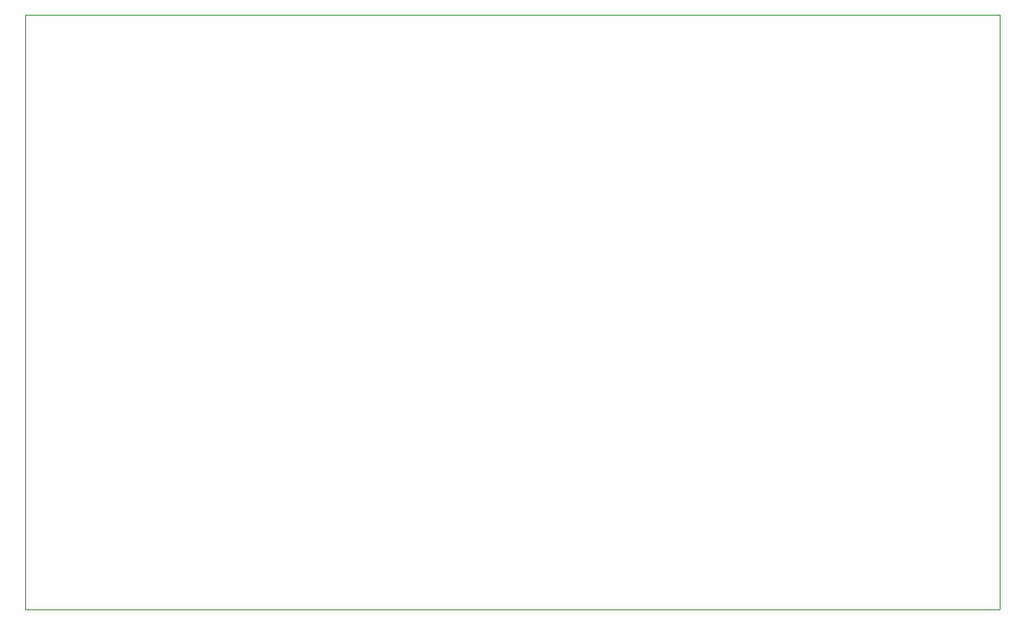
<source format=gbr>
%TF.GenerationSoftware,KiCad,Pcbnew,6.0.11+dfsg-1~bpo11+1*%
%TF.CreationDate,2023-11-07T00:47:46-03:00*%
%TF.ProjectId,controller,636f6e74-726f-46c6-9c65-722e6b696361,rev?*%
%TF.SameCoordinates,Original*%
%TF.FileFunction,Profile,NP*%
%FSLAX46Y46*%
G04 Gerber Fmt 4.6, Leading zero omitted, Abs format (unit mm)*
G04 Created by KiCad (PCBNEW 6.0.11+dfsg-1~bpo11+1) date 2023-11-07 00:47:46*
%MOMM*%
%LPD*%
G01*
G04 APERTURE LIST*
%TA.AperFunction,Profile*%
%ADD10C,0.100000*%
%TD*%
G04 APERTURE END LIST*
D10*
X192500000Y-129500000D02*
X192500000Y-71500000D01*
X97500000Y-129500000D02*
X192500000Y-129500000D01*
X97500000Y-71500000D02*
X97500000Y-129500000D01*
X192500000Y-71500000D02*
X97500000Y-71500000D01*
M02*

</source>
